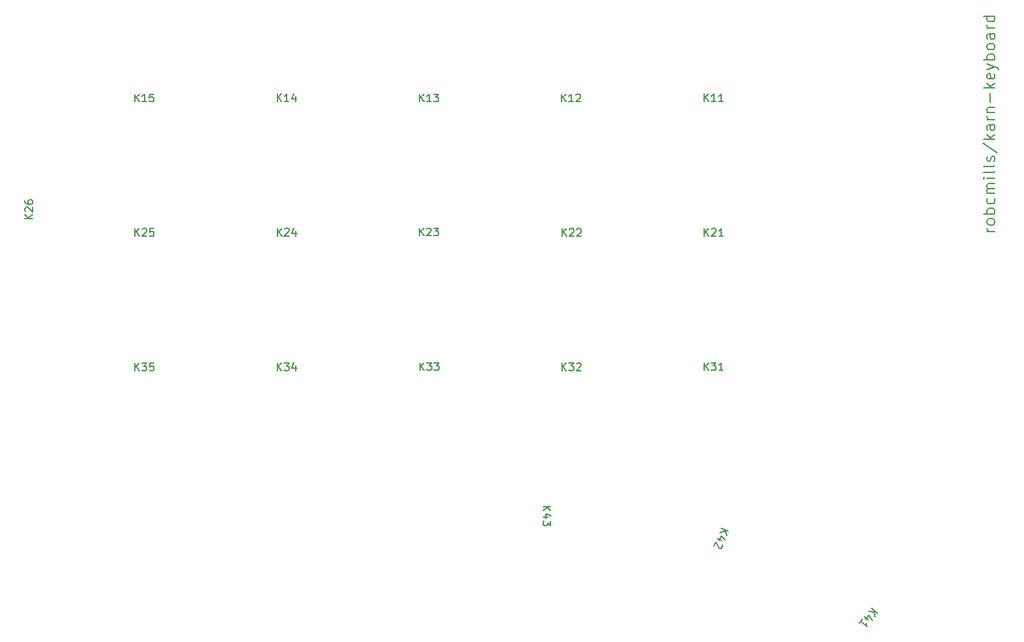
<source format=gbr>
%TF.GenerationSoftware,KiCad,Pcbnew,(6.0.7-1)-1*%
%TF.CreationDate,2022-12-31T13:50:10-08:00*%
%TF.ProjectId,karn-2,6b61726e-2d32-42e6-9b69-6361645f7063,rev?*%
%TF.SameCoordinates,Original*%
%TF.FileFunction,Legend,Top*%
%TF.FilePolarity,Positive*%
%FSLAX46Y46*%
G04 Gerber Fmt 4.6, Leading zero omitted, Abs format (unit mm)*
G04 Created by KiCad (PCBNEW (6.0.7-1)-1) date 2022-12-31 13:50:10*
%MOMM*%
%LPD*%
G01*
G04 APERTURE LIST*
%ADD10C,0.200000*%
%ADD11C,0.150000*%
G04 APERTURE END LIST*
D10*
X186578571Y-60400000D02*
X185578571Y-60400000D01*
X185864285Y-60400000D02*
X185721428Y-60328571D01*
X185650000Y-60257142D01*
X185578571Y-60114285D01*
X185578571Y-59971428D01*
X186578571Y-59257142D02*
X186507142Y-59400000D01*
X186435714Y-59471428D01*
X186292857Y-59542857D01*
X185864285Y-59542857D01*
X185721428Y-59471428D01*
X185650000Y-59400000D01*
X185578571Y-59257142D01*
X185578571Y-59042857D01*
X185650000Y-58900000D01*
X185721428Y-58828571D01*
X185864285Y-58757142D01*
X186292857Y-58757142D01*
X186435714Y-58828571D01*
X186507142Y-58900000D01*
X186578571Y-59042857D01*
X186578571Y-59257142D01*
X186578571Y-58114285D02*
X185078571Y-58114285D01*
X185650000Y-58114285D02*
X185578571Y-57971428D01*
X185578571Y-57685714D01*
X185650000Y-57542857D01*
X185721428Y-57471428D01*
X185864285Y-57400000D01*
X186292857Y-57400000D01*
X186435714Y-57471428D01*
X186507142Y-57542857D01*
X186578571Y-57685714D01*
X186578571Y-57971428D01*
X186507142Y-58114285D01*
X186507142Y-56114285D02*
X186578571Y-56257142D01*
X186578571Y-56542857D01*
X186507142Y-56685714D01*
X186435714Y-56757142D01*
X186292857Y-56828571D01*
X185864285Y-56828571D01*
X185721428Y-56757142D01*
X185650000Y-56685714D01*
X185578571Y-56542857D01*
X185578571Y-56257142D01*
X185650000Y-56114285D01*
X186578571Y-55471428D02*
X185578571Y-55471428D01*
X185721428Y-55471428D02*
X185650000Y-55400000D01*
X185578571Y-55257142D01*
X185578571Y-55042857D01*
X185650000Y-54900000D01*
X185792857Y-54828571D01*
X186578571Y-54828571D01*
X185792857Y-54828571D02*
X185650000Y-54757142D01*
X185578571Y-54614285D01*
X185578571Y-54400000D01*
X185650000Y-54257142D01*
X185792857Y-54185714D01*
X186578571Y-54185714D01*
X186578571Y-53471428D02*
X185578571Y-53471428D01*
X185078571Y-53471428D02*
X185150000Y-53542857D01*
X185221428Y-53471428D01*
X185150000Y-53400000D01*
X185078571Y-53471428D01*
X185221428Y-53471428D01*
X186578571Y-52542857D02*
X186507142Y-52685714D01*
X186364285Y-52757142D01*
X185078571Y-52757142D01*
X186578571Y-51757142D02*
X186507142Y-51900000D01*
X186364285Y-51971428D01*
X185078571Y-51971428D01*
X186507142Y-51257142D02*
X186578571Y-51114285D01*
X186578571Y-50828571D01*
X186507142Y-50685714D01*
X186364285Y-50614285D01*
X186292857Y-50614285D01*
X186150000Y-50685714D01*
X186078571Y-50828571D01*
X186078571Y-51042857D01*
X186007142Y-51185714D01*
X185864285Y-51257142D01*
X185792857Y-51257142D01*
X185650000Y-51185714D01*
X185578571Y-51042857D01*
X185578571Y-50828571D01*
X185650000Y-50685714D01*
X185007142Y-48900000D02*
X186935714Y-50185714D01*
X186578571Y-48400000D02*
X185078571Y-48400000D01*
X186007142Y-48257142D02*
X186578571Y-47828571D01*
X185578571Y-47828571D02*
X186150000Y-48400000D01*
X186578571Y-46542857D02*
X185792857Y-46542857D01*
X185650000Y-46614285D01*
X185578571Y-46757142D01*
X185578571Y-47042857D01*
X185650000Y-47185714D01*
X186507142Y-46542857D02*
X186578571Y-46685714D01*
X186578571Y-47042857D01*
X186507142Y-47185714D01*
X186364285Y-47257142D01*
X186221428Y-47257142D01*
X186078571Y-47185714D01*
X186007142Y-47042857D01*
X186007142Y-46685714D01*
X185935714Y-46542857D01*
X186578571Y-45828571D02*
X185578571Y-45828571D01*
X185864285Y-45828571D02*
X185721428Y-45757142D01*
X185650000Y-45685714D01*
X185578571Y-45542857D01*
X185578571Y-45400000D01*
X185578571Y-44900000D02*
X186578571Y-44900000D01*
X185721428Y-44900000D02*
X185650000Y-44828571D01*
X185578571Y-44685714D01*
X185578571Y-44471428D01*
X185650000Y-44328571D01*
X185792857Y-44257142D01*
X186578571Y-44257142D01*
X186007142Y-43542857D02*
X186007142Y-42400000D01*
X186578571Y-41685714D02*
X185078571Y-41685714D01*
X186007142Y-41542857D02*
X186578571Y-41114285D01*
X185578571Y-41114285D02*
X186150000Y-41685714D01*
X186507142Y-39900000D02*
X186578571Y-40042857D01*
X186578571Y-40328571D01*
X186507142Y-40471428D01*
X186364285Y-40542857D01*
X185792857Y-40542857D01*
X185650000Y-40471428D01*
X185578571Y-40328571D01*
X185578571Y-40042857D01*
X185650000Y-39900000D01*
X185792857Y-39828571D01*
X185935714Y-39828571D01*
X186078571Y-40542857D01*
X185578571Y-39328571D02*
X186578571Y-38971428D01*
X185578571Y-38614285D02*
X186578571Y-38971428D01*
X186935714Y-39114285D01*
X187007142Y-39185714D01*
X187078571Y-39328571D01*
X186578571Y-38042857D02*
X185078571Y-38042857D01*
X185650000Y-38042857D02*
X185578571Y-37900000D01*
X185578571Y-37614285D01*
X185650000Y-37471428D01*
X185721428Y-37400000D01*
X185864285Y-37328571D01*
X186292857Y-37328571D01*
X186435714Y-37400000D01*
X186507142Y-37471428D01*
X186578571Y-37614285D01*
X186578571Y-37900000D01*
X186507142Y-38042857D01*
X186578571Y-36471428D02*
X186507142Y-36614285D01*
X186435714Y-36685714D01*
X186292857Y-36757142D01*
X185864285Y-36757142D01*
X185721428Y-36685714D01*
X185650000Y-36614285D01*
X185578571Y-36471428D01*
X185578571Y-36257142D01*
X185650000Y-36114285D01*
X185721428Y-36042857D01*
X185864285Y-35971428D01*
X186292857Y-35971428D01*
X186435714Y-36042857D01*
X186507142Y-36114285D01*
X186578571Y-36257142D01*
X186578571Y-36471428D01*
X186578571Y-34685714D02*
X185792857Y-34685714D01*
X185650000Y-34757142D01*
X185578571Y-34900000D01*
X185578571Y-35185714D01*
X185650000Y-35328571D01*
X186507142Y-34685714D02*
X186578571Y-34828571D01*
X186578571Y-35185714D01*
X186507142Y-35328571D01*
X186364285Y-35400000D01*
X186221428Y-35400000D01*
X186078571Y-35328571D01*
X186007142Y-35185714D01*
X186007142Y-34828571D01*
X185935714Y-34685714D01*
X186578571Y-33971428D02*
X185578571Y-33971428D01*
X185864285Y-33971428D02*
X185721428Y-33900000D01*
X185650000Y-33828571D01*
X185578571Y-33685714D01*
X185578571Y-33542857D01*
X186578571Y-32400000D02*
X185078571Y-32400000D01*
X186507142Y-32400000D02*
X186578571Y-32542857D01*
X186578571Y-32828571D01*
X186507142Y-32971428D01*
X186435714Y-33042857D01*
X186292857Y-33114285D01*
X185864285Y-33114285D01*
X185721428Y-33042857D01*
X185650000Y-32971428D01*
X185578571Y-32828571D01*
X185578571Y-32542857D01*
X185650000Y-32400000D01*
D11*
%TO.C,K24*%
X93320588Y-60989668D02*
X93320588Y-59989668D01*
X93892016Y-60989668D02*
X93463445Y-60418240D01*
X93892016Y-59989668D02*
X93320588Y-60561097D01*
X94272969Y-60084907D02*
X94320588Y-60037288D01*
X94415826Y-59989668D01*
X94653921Y-59989668D01*
X94749159Y-60037288D01*
X94796778Y-60084907D01*
X94844397Y-60180145D01*
X94844397Y-60275383D01*
X94796778Y-60418240D01*
X94225350Y-60989668D01*
X94844397Y-60989668D01*
X95701540Y-60323002D02*
X95701540Y-60989668D01*
X95463445Y-59942049D02*
X95225350Y-60656335D01*
X95844397Y-60656335D01*
%TO.C,K22*%
X130326825Y-61048842D02*
X130326825Y-60048842D01*
X130898253Y-61048842D02*
X130469682Y-60477414D01*
X130898253Y-60048842D02*
X130326825Y-60620271D01*
X131279206Y-60144081D02*
X131326825Y-60096462D01*
X131422063Y-60048842D01*
X131660158Y-60048842D01*
X131755396Y-60096462D01*
X131803015Y-60144081D01*
X131850634Y-60239319D01*
X131850634Y-60334557D01*
X131803015Y-60477414D01*
X131231587Y-61048842D01*
X131850634Y-61048842D01*
X132231587Y-60144081D02*
X132279206Y-60096462D01*
X132374444Y-60048842D01*
X132612539Y-60048842D01*
X132707777Y-60096462D01*
X132755396Y-60144081D01*
X132803015Y-60239319D01*
X132803015Y-60334557D01*
X132755396Y-60477414D01*
X132183968Y-61048842D01*
X132803015Y-61048842D01*
%TO.C,K43*%
X127846933Y-96210834D02*
X128846933Y-96210834D01*
X127846933Y-96782262D02*
X128418361Y-96353691D01*
X128846933Y-96782262D02*
X128275504Y-96210834D01*
X128513599Y-97639405D02*
X127846933Y-97639405D01*
X128894552Y-97401310D02*
X128180266Y-97163215D01*
X128180266Y-97782262D01*
X128846933Y-98067977D02*
X128846933Y-98687024D01*
X128465980Y-98353691D01*
X128465980Y-98496548D01*
X128418361Y-98591786D01*
X128370742Y-98639405D01*
X128275504Y-98687024D01*
X128037409Y-98687024D01*
X127942171Y-98639405D01*
X127894552Y-98591786D01*
X127846933Y-98496548D01*
X127846933Y-98210834D01*
X127894552Y-98115596D01*
X127942171Y-98067977D01*
%TO.C,K12*%
X130254315Y-43524760D02*
X130254315Y-42524760D01*
X130825743Y-43524760D02*
X130397172Y-42953332D01*
X130825743Y-42524760D02*
X130254315Y-43096189D01*
X131778124Y-43524760D02*
X131206696Y-43524760D01*
X131492410Y-43524760D02*
X131492410Y-42524760D01*
X131397172Y-42667618D01*
X131301934Y-42762856D01*
X131206696Y-42810475D01*
X132159077Y-42619999D02*
X132206696Y-42572380D01*
X132301934Y-42524760D01*
X132540029Y-42524760D01*
X132635267Y-42572380D01*
X132682886Y-42619999D01*
X132730505Y-42715237D01*
X132730505Y-42810475D01*
X132682886Y-42953332D01*
X132111458Y-43524760D01*
X132730505Y-43524760D01*
%TO.C,K13*%
X111796808Y-43539816D02*
X111796808Y-42539816D01*
X112368236Y-43539816D02*
X111939665Y-42968388D01*
X112368236Y-42539816D02*
X111796808Y-43111245D01*
X113320617Y-43539816D02*
X112749189Y-43539816D01*
X113034903Y-43539816D02*
X113034903Y-42539816D01*
X112939665Y-42682674D01*
X112844427Y-42777912D01*
X112749189Y-42825531D01*
X113653951Y-42539816D02*
X114272998Y-42539816D01*
X113939665Y-42920769D01*
X114082522Y-42920769D01*
X114177760Y-42968388D01*
X114225379Y-43016007D01*
X114272998Y-43111245D01*
X114272998Y-43349340D01*
X114225379Y-43444578D01*
X114177760Y-43492197D01*
X114082522Y-43539816D01*
X113796808Y-43539816D01*
X113701570Y-43492197D01*
X113653951Y-43444578D01*
%TO.C,K26*%
X61515610Y-58772404D02*
X60515610Y-58772404D01*
X61515610Y-58200976D02*
X60944182Y-58629547D01*
X60515610Y-58200976D02*
X61087039Y-58772404D01*
X60610849Y-57820023D02*
X60563230Y-57772404D01*
X60515610Y-57677166D01*
X60515610Y-57439071D01*
X60563230Y-57343833D01*
X60610849Y-57296214D01*
X60706087Y-57248595D01*
X60801325Y-57248595D01*
X60944182Y-57296214D01*
X61515610Y-57867642D01*
X61515610Y-57248595D01*
X60515610Y-56391452D02*
X60515610Y-56581928D01*
X60563230Y-56677166D01*
X60610849Y-56724785D01*
X60753706Y-56820023D01*
X60944182Y-56867642D01*
X61325134Y-56867642D01*
X61420372Y-56820023D01*
X61467991Y-56772404D01*
X61515610Y-56677166D01*
X61515610Y-56486690D01*
X61467991Y-56391452D01*
X61420372Y-56343833D01*
X61325134Y-56296214D01*
X61087039Y-56296214D01*
X60991801Y-56343833D01*
X60944182Y-56391452D01*
X60896563Y-56486690D01*
X60896563Y-56677166D01*
X60944182Y-56772404D01*
X60991801Y-56820023D01*
X61087039Y-56867642D01*
%TO.C,K21*%
X148809708Y-61025200D02*
X148809708Y-60025200D01*
X149381136Y-61025200D02*
X148952565Y-60453772D01*
X149381136Y-60025200D02*
X148809708Y-60596629D01*
X149762089Y-60120439D02*
X149809708Y-60072820D01*
X149904946Y-60025200D01*
X150143041Y-60025200D01*
X150238279Y-60072820D01*
X150285898Y-60120439D01*
X150333517Y-60215677D01*
X150333517Y-60310915D01*
X150285898Y-60453772D01*
X149714470Y-61025200D01*
X150333517Y-61025200D01*
X151285898Y-61025200D02*
X150714470Y-61025200D01*
X151000184Y-61025200D02*
X151000184Y-60025200D01*
X150904946Y-60168058D01*
X150809708Y-60263296D01*
X150714470Y-60310915D01*
%TO.C,K34*%
X93316612Y-78533946D02*
X93316612Y-77533946D01*
X93888040Y-78533946D02*
X93459469Y-77962518D01*
X93888040Y-77533946D02*
X93316612Y-78105375D01*
X94221374Y-77533946D02*
X94840421Y-77533946D01*
X94507088Y-77914899D01*
X94649945Y-77914899D01*
X94745183Y-77962518D01*
X94792802Y-78010137D01*
X94840421Y-78105375D01*
X94840421Y-78343470D01*
X94792802Y-78438708D01*
X94745183Y-78486327D01*
X94649945Y-78533946D01*
X94364231Y-78533946D01*
X94268993Y-78486327D01*
X94221374Y-78438708D01*
X95697564Y-77867280D02*
X95697564Y-78533946D01*
X95459469Y-77486327D02*
X95221374Y-78200613D01*
X95840421Y-78200613D01*
%TO.C,K31*%
X148815646Y-78499155D02*
X148815646Y-77499155D01*
X149387074Y-78499155D02*
X148958503Y-77927727D01*
X149387074Y-77499155D02*
X148815646Y-78070584D01*
X149720408Y-77499155D02*
X150339455Y-77499155D01*
X150006122Y-77880108D01*
X150148979Y-77880108D01*
X150244217Y-77927727D01*
X150291836Y-77975346D01*
X150339455Y-78070584D01*
X150339455Y-78308679D01*
X150291836Y-78403917D01*
X150244217Y-78451536D01*
X150148979Y-78499155D01*
X149863265Y-78499155D01*
X149768027Y-78451536D01*
X149720408Y-78403917D01*
X151291836Y-78499155D02*
X150720408Y-78499155D01*
X151006122Y-78499155D02*
X151006122Y-77499155D01*
X150910884Y-77642013D01*
X150815646Y-77737251D01*
X150720408Y-77784870D01*
%TO.C,K25*%
X74812470Y-61036153D02*
X74812470Y-60036153D01*
X75383898Y-61036153D02*
X74955327Y-60464725D01*
X75383898Y-60036153D02*
X74812470Y-60607582D01*
X75764851Y-60131392D02*
X75812470Y-60083773D01*
X75907708Y-60036153D01*
X76145803Y-60036153D01*
X76241041Y-60083773D01*
X76288660Y-60131392D01*
X76336279Y-60226630D01*
X76336279Y-60321868D01*
X76288660Y-60464725D01*
X75717232Y-61036153D01*
X76336279Y-61036153D01*
X77241041Y-60036153D02*
X76764851Y-60036153D01*
X76717232Y-60512344D01*
X76764851Y-60464725D01*
X76860089Y-60417106D01*
X77098184Y-60417106D01*
X77193422Y-60464725D01*
X77241041Y-60512344D01*
X77288660Y-60607582D01*
X77288660Y-60845677D01*
X77241041Y-60940915D01*
X77193422Y-60988534D01*
X77098184Y-61036153D01*
X76860089Y-61036153D01*
X76764851Y-60988534D01*
X76717232Y-60940915D01*
%TO.C,K42*%
X151014450Y-99063818D02*
X151941633Y-99438424D01*
X150800389Y-99593637D02*
X151490754Y-99410333D01*
X151727573Y-99968243D02*
X151411814Y-99224363D01*
X151097420Y-100638104D02*
X150479297Y-100388366D01*
X151539825Y-100560053D02*
X150966743Y-100071719D01*
X150734843Y-100645690D01*
X151139794Y-101168812D02*
X151166107Y-101230802D01*
X151174582Y-101336943D01*
X151085390Y-101557701D01*
X151005561Y-101628166D01*
X150943571Y-101654479D01*
X150837430Y-101662954D01*
X150749127Y-101627277D01*
X150634510Y-101529611D01*
X150318752Y-100785730D01*
X150086852Y-101359701D01*
%TO.C,K41*%
X170563096Y-109470103D02*
X171329141Y-110112890D01*
X170195789Y-109907842D02*
X170909009Y-109946845D01*
X170961834Y-110550630D02*
X170891401Y-109745583D01*
X170155525Y-110992977D02*
X169644828Y-110564452D01*
X170600396Y-111055457D02*
X170206266Y-110413931D01*
X169808350Y-110888149D01*
X168971432Y-111366975D02*
X169338739Y-110929235D01*
X169155085Y-111148105D02*
X169921130Y-111790893D01*
X169872913Y-111626109D01*
X169861174Y-111491935D01*
X169885914Y-111388369D01*
%TO.C,K23*%
X111794716Y-60978698D02*
X111794716Y-59978698D01*
X112366144Y-60978698D02*
X111937573Y-60407270D01*
X112366144Y-59978698D02*
X111794716Y-60550127D01*
X112747097Y-60073937D02*
X112794716Y-60026318D01*
X112889954Y-59978698D01*
X113128049Y-59978698D01*
X113223287Y-60026318D01*
X113270906Y-60073937D01*
X113318525Y-60169175D01*
X113318525Y-60264413D01*
X113270906Y-60407270D01*
X112699478Y-60978698D01*
X113318525Y-60978698D01*
X113651859Y-59978698D02*
X114270906Y-59978698D01*
X113937573Y-60359651D01*
X114080430Y-60359651D01*
X114175668Y-60407270D01*
X114223287Y-60454889D01*
X114270906Y-60550127D01*
X114270906Y-60788222D01*
X114223287Y-60883460D01*
X114175668Y-60931079D01*
X114080430Y-60978698D01*
X113794716Y-60978698D01*
X113699478Y-60931079D01*
X113651859Y-60883460D01*
%TO.C,K14*%
X93297375Y-43512752D02*
X93297375Y-42512752D01*
X93868803Y-43512752D02*
X93440232Y-42941324D01*
X93868803Y-42512752D02*
X93297375Y-43084181D01*
X94821184Y-43512752D02*
X94249756Y-43512752D01*
X94535470Y-43512752D02*
X94535470Y-42512752D01*
X94440232Y-42655610D01*
X94344994Y-42750848D01*
X94249756Y-42798467D01*
X95678327Y-42846086D02*
X95678327Y-43512752D01*
X95440232Y-42465133D02*
X95202137Y-43179419D01*
X95821184Y-43179419D01*
%TO.C,K33*%
X111842239Y-78499367D02*
X111842239Y-77499367D01*
X112413667Y-78499367D02*
X111985096Y-77927939D01*
X112413667Y-77499367D02*
X111842239Y-78070796D01*
X112747001Y-77499367D02*
X113366048Y-77499367D01*
X113032715Y-77880320D01*
X113175572Y-77880320D01*
X113270810Y-77927939D01*
X113318429Y-77975558D01*
X113366048Y-78070796D01*
X113366048Y-78308891D01*
X113318429Y-78404129D01*
X113270810Y-78451748D01*
X113175572Y-78499367D01*
X112889858Y-78499367D01*
X112794620Y-78451748D01*
X112747001Y-78404129D01*
X113699382Y-77499367D02*
X114318429Y-77499367D01*
X113985096Y-77880320D01*
X114127953Y-77880320D01*
X114223191Y-77927939D01*
X114270810Y-77975558D01*
X114318429Y-78070796D01*
X114318429Y-78308891D01*
X114270810Y-78404129D01*
X114223191Y-78451748D01*
X114127953Y-78499367D01*
X113842239Y-78499367D01*
X113747001Y-78451748D01*
X113699382Y-78404129D01*
%TO.C,K35*%
X74798033Y-78542584D02*
X74798033Y-77542584D01*
X75369461Y-78542584D02*
X74940890Y-77971156D01*
X75369461Y-77542584D02*
X74798033Y-78114013D01*
X75702795Y-77542584D02*
X76321842Y-77542584D01*
X75988509Y-77923537D01*
X76131366Y-77923537D01*
X76226604Y-77971156D01*
X76274223Y-78018775D01*
X76321842Y-78114013D01*
X76321842Y-78352108D01*
X76274223Y-78447346D01*
X76226604Y-78494965D01*
X76131366Y-78542584D01*
X75845652Y-78542584D01*
X75750414Y-78494965D01*
X75702795Y-78447346D01*
X77226604Y-77542584D02*
X76750414Y-77542584D01*
X76702795Y-78018775D01*
X76750414Y-77971156D01*
X76845652Y-77923537D01*
X77083747Y-77923537D01*
X77178985Y-77971156D01*
X77226604Y-78018775D01*
X77274223Y-78114013D01*
X77274223Y-78352108D01*
X77226604Y-78447346D01*
X77178985Y-78494965D01*
X77083747Y-78542584D01*
X76845652Y-78542584D01*
X76750414Y-78494965D01*
X76702795Y-78447346D01*
%TO.C,K32*%
X130303257Y-78533072D02*
X130303257Y-77533072D01*
X130874685Y-78533072D02*
X130446114Y-77961644D01*
X130874685Y-77533072D02*
X130303257Y-78104501D01*
X131208019Y-77533072D02*
X131827066Y-77533072D01*
X131493733Y-77914025D01*
X131636590Y-77914025D01*
X131731828Y-77961644D01*
X131779447Y-78009263D01*
X131827066Y-78104501D01*
X131827066Y-78342596D01*
X131779447Y-78437834D01*
X131731828Y-78485453D01*
X131636590Y-78533072D01*
X131350876Y-78533072D01*
X131255638Y-78485453D01*
X131208019Y-78437834D01*
X132208019Y-77628311D02*
X132255638Y-77580692D01*
X132350876Y-77533072D01*
X132588971Y-77533072D01*
X132684209Y-77580692D01*
X132731828Y-77628311D01*
X132779447Y-77723549D01*
X132779447Y-77818787D01*
X132731828Y-77961644D01*
X132160400Y-78533072D01*
X132779447Y-78533072D01*
%TO.C,K15*%
X74796660Y-43531618D02*
X74796660Y-42531618D01*
X75368088Y-43531618D02*
X74939517Y-42960190D01*
X75368088Y-42531618D02*
X74796660Y-43103047D01*
X76320469Y-43531618D02*
X75749041Y-43531618D01*
X76034755Y-43531618D02*
X76034755Y-42531618D01*
X75939517Y-42674476D01*
X75844279Y-42769714D01*
X75749041Y-42817333D01*
X77225231Y-42531618D02*
X76749041Y-42531618D01*
X76701422Y-43007809D01*
X76749041Y-42960190D01*
X76844279Y-42912571D01*
X77082374Y-42912571D01*
X77177612Y-42960190D01*
X77225231Y-43007809D01*
X77272850Y-43103047D01*
X77272850Y-43341142D01*
X77225231Y-43436380D01*
X77177612Y-43483999D01*
X77082374Y-43531618D01*
X76844279Y-43531618D01*
X76749041Y-43483999D01*
X76701422Y-43436380D01*
%TO.C,K11*%
X148791739Y-43522361D02*
X148791739Y-42522361D01*
X149363167Y-43522361D02*
X148934596Y-42950933D01*
X149363167Y-42522361D02*
X148791739Y-43093790D01*
X150315548Y-43522361D02*
X149744120Y-43522361D01*
X150029834Y-43522361D02*
X150029834Y-42522361D01*
X149934596Y-42665219D01*
X149839358Y-42760457D01*
X149744120Y-42808076D01*
X151267929Y-43522361D02*
X150696501Y-43522361D01*
X150982215Y-43522361D02*
X150982215Y-42522361D01*
X150886977Y-42665219D01*
X150791739Y-42760457D01*
X150696501Y-42808076D01*
%TD*%
M02*

</source>
